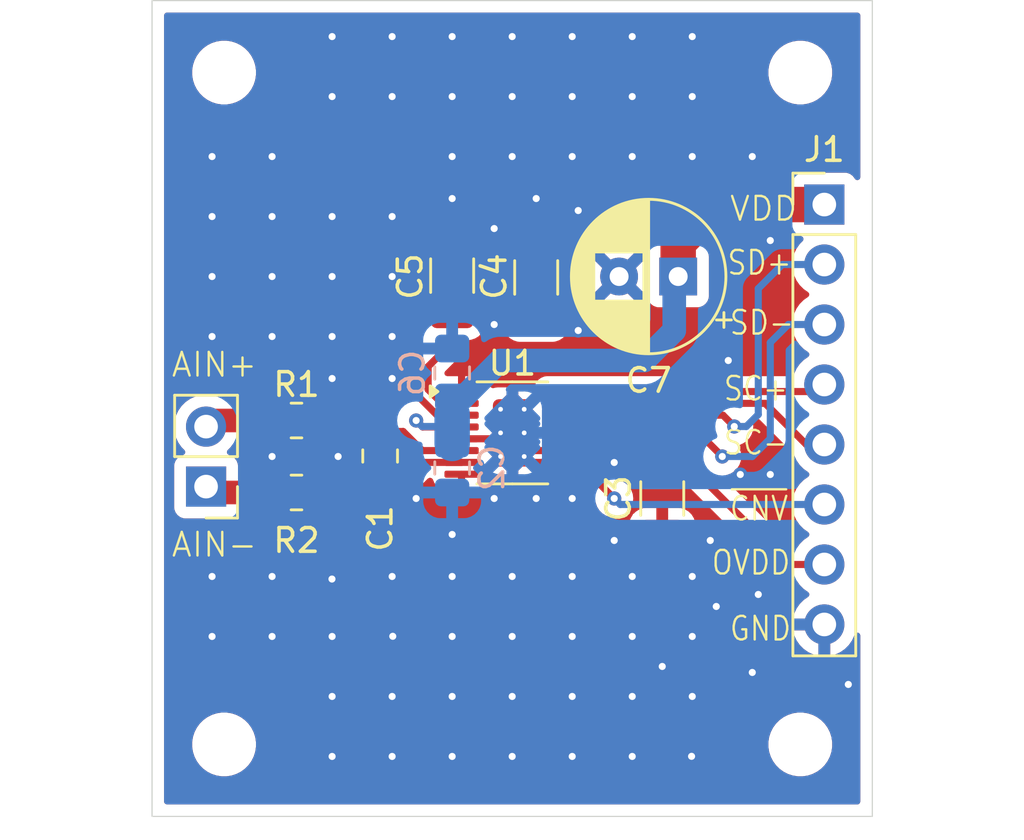
<source format=kicad_pcb>
(kicad_pcb (version 20240108) (generator "pcbnew") (generator_version "8.0")
  (layers (0 "F.Cu" signal) (31 "B.Cu" signal) (34 "B.Paste" user) (35 "F.Paste" user) (36 "B.SilkS" user "B.Silkscreen") (37 "F.SilkS" user "F.Silkscreen") (38 "B.Mask" user) (39 "F.Mask" user) (44 "Edge.Cuts" user))
  (net 0 "")
  (net 1 "Net-(U1-AIN+)")
  (net 2 "Net-(U1-AIN-)")
  (net 3 "GND")
  (net 4 "Net-(J1-Pin_1)")
  (net 5 "Net-(J1-Pin_7)")
  (net 6 "Net-(U1-REFOUT)")
  (net 7 "Net-(U1-REFIN)")
  (net 8 "Net-(J1-Pin_4)")
  (net 9 "Net-(J1-Pin_2)")
  (net 10 "Net-(J1-Pin_5)")
  (net 11 "Net-(J1-Pin_6)")
  (net 12 "Net-(J1-Pin_3)")
  (net 13 "Net-(J2-Pin_2)")
  (net 14 "Net-(J2-Pin_1)")
  (footprint "Resistor_SMD:R_0805_2012Metric_Pad1.20x1.40mm_HandSolder" (layer "F.Cu") (at 72.152 54.864)
    (property "Reference" "R2" (at 0 2.032 0) (layer "F.SilkS"))
    (property "Value" "24R9")
    (fp_line (start -0.227064 -0.735) (end 0.227064 -0.735) (stroke (width 0.12)) (layer "F.SilkS"))
    (fp_line (start -0.227064 0.735) (end 0.227064 0.735) (stroke (width 0.12)) (layer "F.SilkS"))
    (pad "1" smd roundrect (at -1 0) (size 1.2 1.4) (layers "F.Cu" "F.Paste" "F.Mask") (roundrect_rratio 0.208333) (net 14 "Net-(J2-Pin_1)"))
    (pad "2" smd roundrect (at 1 0) (size 1.2 1.4) (layers "F.Cu" "F.Paste" "F.Mask") (roundrect_rratio 0.208333) (net 2 "Net-(U1-AIN-)"))
  )
  (footprint "Package_SO:MSOP-16-1EP_3x4mm_P0.5mm_EP1.65x2.85mm_ThermalVias" (layer "F.Cu") (at 81.288 52.34)
    (property "Reference" "U1" (at 0 -2.95 0) (layer "F.SilkS"))
    (property "Value" "LTC2311")
    (fp_line (start -1.5 -2.16) (end 0 -2.16) (stroke (width 0.12)) (layer "F.SilkS"))
    (fp_line (start 0 -2.16) (end 1.5 -2.16) (stroke (width 0.12)) (layer "F.SilkS"))
    (fp_line (start 0 2.16) (end -1.5 2.16) (stroke (width 0.12)) (layer "F.SilkS"))
    (fp_line (start 0 2.16) (end 1.5 2.16) (stroke (width 0.12)) (layer "F.SilkS"))
    (fp_poly (pts (xy -3.15 -1.75) (xy -3.48 -1.99) (xy -3.48 -1.51) (xy -3.15 -1.75)) (stroke (width 0.12)) (fill solid) (layer "F.SilkS"))
    (pad "1" smd roundrect (at -2.15 -1.75) (size 1.45 0.3) (layers "F.Cu" "F.Paste" "F.Mask") (net 3 "GND"))
    (pad "2" smd roundrect (at -2.15 -1.25) (size 1.45 0.3) (layers "F.Cu" "F.Paste" "F.Mask") (net 7 "Net-(U1-REFIN)"))
    (pad "3" smd roundrect (at -2.15 -0.75) (size 1.45 0.3) (layers "F.Cu" "F.Paste" "F.Mask") (net 6 "Net-(U1-REFOUT)"))
    (pad "4" smd roundrect (at -2.15 -0.25) (size 1.45 0.3) (layers "F.Cu" "F.Paste" "F.Mask") (net 4 "Net-(J1-Pin_1)"))
    (pad "5" smd roundrect (at -2.15 0.25) (size 1.45 0.3) (layers "F.Cu" "F.Paste" "F.Mask") (net 3 "GND"))
    (pad "6" smd roundrect (at -2.15 0.75) (size 1.45 0.3) (layers "F.Cu" "F.Paste" "F.Mask") (net 1 "Net-(U1-AIN+)"))
    (pad "7" smd roundrect (at -2.15 1.25) (size 1.45 0.3) (layers "F.Cu" "F.Paste" "F.Mask") (net 2 "Net-(U1-AIN-)"))
    (pad "8" smd roundrect (at -2.15 1.75) (size 1.45 0.3) (layers "F.Cu" "F.Paste" "F.Mask") (net 3 "GND"))
    (pad "9" smd roundrect (at 2.15 1.75) (size 1.45 0.3) (layers "F.Cu" "F.Paste" "F.Mask") (net 11 "Net-(J1-Pin_6)"))
    (pad "10" smd roundrect (at 2.15 1.25) (size 1.45 0.3) (layers "F.Cu" "F.Paste" "F.Mask") (net 3 "GND"))
    (pad "11" smd roundrect (at 2.15 0.75) (size 1.45 0.3) (layers "F.Cu" "F.Paste" "F.Mask") (net 3 "GND"))
    (pad "12" smd roundrect (at 2.15 0.25) (size 1.45 0.3) (layers "F.Cu" "F.Paste" "F.Mask") (net 5 "Net-(J1-Pin_7)"))
    (pad "13" smd roundrect (at 2.15 -0.25) (size 1.45 0.3) (layers "F.Cu" "F.Paste" "F.Mask") (net 12 "Net-(J1-Pin_3)"))
    (pad "14" smd roundrect (at 2.15 -0.75) (size 1.45 0.3) (layers "F.Cu" "F.Paste" "F.Mask") (net 9 "Net-(J1-Pin_2)"))
    (pad "15" smd roundrect (at 2.15 -1.25) (size 1.45 0.3) (layers "F.Cu" "F.Paste" "F.Mask") (net 10 "Net-(J1-Pin_5)"))
    (pad "16" smd roundrect (at 2.15 -1.75) (size 1.45 0.3) (layers "F.Cu" "F.Paste" "F.Mask") (net 8 "Net-(J1-Pin_4)"))
    (pad "17" thru_hole circle (at -0.5 -1) (size 0.5 0.5) (drill 0.2) (layers "*.Cu") (net 3 "GND"))
    (pad "17" thru_hole circle (at -0.5 0) (size 0.5 0.5) (drill 0.2) (layers "*.Cu") (net 3 "GND"))
    (pad "17" thru_hole circle (at -0.5 1) (size 0.5 0.5) (drill 0.2) (layers "*.Cu") (net 3 "GND"))
    (pad "17" smd roundrect (at 0 0) (size 1.5 2.5) (layers "B.Cu") (roundrect_rratio 0.166667) (net 3 "GND"))
    (pad "17" smd roundrect (at 0 0) (size 1.65 2.85) (layers "F.Cu" "F.Mask") (roundrect_rratio 0.151515) (net 3 "GND"))
    (pad "17" thru_hole circle (at 0.5 -1) (size 0.5 0.5) (drill 0.2) (layers "*.Cu") (net 3 "GND"))
    (pad "17" thru_hole circle (at 0.5 0) (size 0.5 0.5) (drill 0.2) (layers "*.Cu") (net 3 "GND"))
    (pad "17" thru_hole circle (at 0.5 1) (size 0.5 0.5) (drill 0.2) (layers "*.Cu") (net 3 "GND"))
  )
  (footprint "Capacitor_THT:CP_Radial_D6.3mm_P2.50mm" (layer "F.Cu") (at 88.30438 45.72 180)
    (property "Reference" "C7" (at 1.25 -4.4 360) (layer "F.SilkS"))
    (property "Value" "100uF")
    (fp_line (start 4.491 -0.402) (end 4.491 0.402) (stroke (width 0.12)) (layer "F.SilkS"))
    (fp_line (start 4.451 -0.633) (end 4.451 0.633) (stroke (width 0.12)) (layer "F.SilkS"))
    (fp_line (start 4.411 -0.802) (end 4.411 0.802) (stroke (width 0.12)) (layer "F.SilkS"))
    (fp_line (start 4.371 -0.94) (end 4.371 0.94) (stroke (width 0.12)) (layer "F.SilkS"))
    (fp_line (start 4.331 -1.059) (end 4.331 1.059) (stroke (width 0.12)) (layer "F.SilkS"))
    (fp_line (start 4.291 -1.165) (end 4.291 1.165) (stroke (width 0.12)) (layer "F.SilkS"))
    (fp_line (start 4.251 -1.262) (end 4.251 1.262) (stroke (width 0.12)) (layer "F.SilkS"))
    (fp_line (start 4.211 -1.35) (end 4.211 1.35) (stroke (width 0.12)) (layer "F.SilkS"))
    (fp_line (start 4.171 -1.432) (end 4.171 1.432) (stroke (width 0.12)) (layer "F.SilkS"))
    (fp_line (start 4.131 -1.509) (end 4.131 1.509) (stroke (width 0.12)) (layer "F.SilkS"))
    (fp_line (start 4.091 -1.581) (end 4.091 1.581) (stroke (width 0.12)) (layer "F.SilkS"))
    (fp_line (start 4.051 -1.65) (end 4.051 1.65) (stroke (width 0.12)) (layer "F.SilkS"))
    (fp_line (start 4.011 -1.714) (end 4.011 1.714) (stroke (width 0.12)) (layer "F.SilkS"))
    (fp_line (start 3.971 -1.776) (end 3.971 1.776) (stroke (width 0.12)) (layer "F.SilkS"))
    (fp_line (start 3.931 -1.834) (end 3.931 1.834) (stroke (width 0.12)) (layer "F.SilkS"))
    (fp_line (start 3.891 -1.89) (end 3.891 1.89) (stroke (width 0.12)) (layer "F.SilkS"))
    (fp_line (start 3.851 -1.944) (end 3.851 1.944) (stroke (width 0.12)) (layer "F.SilkS"))
    (fp_line (start 3.811 -1.995) (end 3.811 1.995) (stroke (width 0.12)) (layer "F.SilkS"))
    (fp_line (start 3.771 -2.044) (end 3.771 2.044) (stroke (width 0.12)) (layer "F.SilkS"))
    (fp_line (start 3.731 -2.092) (end 3.731 2.092) (stroke (width 0.12)) (layer "F.SilkS"))
    (fp_line (start 3.691 -2.137) (end 3.691 2.137) (stroke (width 0.12)) (layer "F.SilkS"))
    (fp_line (start 3.651 -2.182) (end 3.651 2.182) (stroke (width 0.12)) (layer "F.SilkS"))
    (fp_line (start 3.611 -2.224) (end 3.611 2.224) (stroke (width 0.12)) (layer "F.SilkS"))
    (fp_line (start 3.571 -2.265) (end 3.571 2.265) (stroke (width 0.12)) (layer "F.SilkS"))
    (fp_line (start 3.531 1.04) (end 3.531 2.305) (stroke (width 0.12)) (layer "F.SilkS"))
    (fp_line (start 3.531 -2.305) (end 3.531 -1.04) (stroke (width 0.12)) (layer "F.SilkS"))
    (fp_line (start 3.491 1.04) (end 3.491 2.343) (stroke (width 0.12)) (layer "F.SilkS"))
    (fp_line (start 3.491 -2.343) (end 3.491 -1.04) (stroke (width 0.12)) (layer "F.SilkS"))
    (fp_line (start 3.451 1.04) (end 3.451 2.38) (stroke (width 0.12)) (layer "F.SilkS"))
    (fp_line (start 3.451 -2.38) (end 3.451 -1.04) (stroke (width 0.12)) (layer "F.SilkS"))
    (fp_line (start 3.411 1.04) (end 3.411 2.416) (stroke (width 0.12)) (layer "F.SilkS"))
    (fp_line (start 3.411 -2.416) (end 3.411 -1.04) (stroke (width 0.12)) (layer "F.SilkS"))
    (fp_line (start 3.371 1.04) (end 3.371 2.45) (stroke (width 0.12)) (layer "F.SilkS"))
    (fp_line (start 3.371 -2.45) (end 3.371 -1.04) (stroke (width 0.12)) (layer "F.SilkS"))
    (fp_line (start 3.331 1.04) (end 3.331 2.484) (stroke (width 0.12)) (layer "F.SilkS"))
    (fp_line (start 3.331 -2.484) (end 3.331 -1.04) (stroke (width 0.12)) (layer "F.SilkS"))
    (fp_line (start 3.291 1.04) (end 3.291 2.516) (stroke (width 0.12)) (layer "F.SilkS"))
    (fp_line (start 3.291 -2.516) (end 3.291 -1.04) (stroke (width 0.12)) (layer "F.SilkS"))
    (fp_line (start 3.251 1.04) (end 3.251 2.548) (stroke (width 0.12)) (layer "F.SilkS"))
    (fp_line (start 3.251 -2.548) (end 3.251 -1.04) (stroke (width 0.12)) (layer "F.SilkS"))
    (fp_line (start 3.211 1.04) (end 3.211 2.578) (stroke (width 0.12)) (layer "F.SilkS"))
    (fp_line (start 3.211 -2.578) (end 3.211 -1.04) (stroke (width 0.12)) (layer "F.SilkS"))
    (fp_line (start 3.171 1.04) (end 3.171 2.607) (stroke (width 0.12)) (layer "F.SilkS"))
    (fp_line (start 3.171 -2.607) (end 3.171 -1.04) (stroke (width 0.12)) (layer "F.SilkS"))
    (fp_line (start 3.131 1.04) (end 3.131 2.636) (stroke (width 0.12)) (layer "F.SilkS"))
    (fp_line (start 3.131 -2.636) (end 3.131 -1.04) (stroke (width 0.12)) (layer "F.SilkS"))
    (fp_line (start 3.091 1.04) (end 3.091 2.664) (stroke (width 0.12)) (layer "F.SilkS"))
    (fp_line (start 3.091 -2.664) (end 3.091 -1.04) (stroke (width 0.12)) (layer "F.SilkS"))
    (fp_line (start 3.051 1.04) (end 3.051 2.69) (stroke (width 0.12)) (layer "F.SilkS"))
    (fp_line (start 3.051 -2.69) (end 3.051 -1.04) (stroke (width 0.12)) (layer "F.SilkS"))
    (fp_line (start 3.011 1.04) (end 3.011 2.716) (stroke (width 0.12)) (layer "F.SilkS"))
    (fp_line (start 3.011 -2.716) (end 3.011 -1.04) (stroke (width 0.12)) (layer "F.SilkS"))
    (fp_line (start 2.971 1.04) (end 2.971 2.742) (stroke (width 0.12)) (layer "F.SilkS"))
    (fp_line (start 2.971 -2.742) (end 2.971 -1.04) (stroke (width 0.12)) (layer "F.SilkS"))
    (fp_line (start 2.931 1.04) (end 2.931 2.766) (stroke (width 0.12)) (layer "F.SilkS"))
    (fp_line (start 2.931 -2.766) (end 2.931 -1.04) (stroke (width 0.12)) (layer "F.SilkS"))
    (fp_line (start 2.891 1.04) (end 2.891 2.79) (stroke (width 0.12)) (layer "F.SilkS"))
    (fp_line (start 2.891 -2.79) (end 2.891 -1.04) (stroke (width 0.12)) (layer "F.SilkS"))
    (fp_line (start 2.851 1.04) (end 2.851 2.812) (stroke (width 0.12)) (layer "F.SilkS"))
    (fp_line (start 2.851 -2.812) (end 2.851 -1.04) (stroke (width 0.12)) (layer "F.SilkS"))
    (fp_line (start 2.811 1.04) (end 2.811 2.834) (stroke (width 0.12)) (layer "F.SilkS"))
    (fp_line (start 2.811 -2.834) (end 2.811 -1.04) (stroke (width 0.12)) (layer "F.SilkS"))
    (fp_line (start 2.771 1.04) (end 2.771 2.856) (stroke (width 0.12)) (layer "F.SilkS"))
    (fp_line (start 2.771 -2.856) (end 2.771 -1.04) (stroke (width 0.12)) (layer "F.SilkS"))
    (fp_line (start 2.731 1.04) (end 2.731 2.876) (stroke (width 0.12)) (layer "F.SilkS"))
    (fp_line (start 2.731 -2.876) (end 2.731 -1.04) (stroke (width 0.12)) (layer "F.SilkS"))
    (fp_line (start 2.691 1.04) (end 2.691 2.896) (stroke (width 0.12)) (layer "F.SilkS"))
    (fp_line (start 2.691 -2.896) (end 2.691 -1.04) (stroke (width 0.12)) (layer "F.SilkS"))
    (fp_line (start 2.651 1.04) (end 2.651 2.916) (stroke (width 0.12)) (layer "F.SilkS"))
    (fp_line (start 2.651 -2.916) (end 2.651 -1.04) (stroke (width 0.12)) (layer "F.SilkS"))
    (fp_line (start 2.611 1.04) (end 2.611 2.934) (stroke (width 0.12)) (layer "F.SilkS"))
    (fp_line (start 2.611 -2.934) (end 2.611 -1.04) (stroke (width 0.12)) (layer "F.SilkS"))
    (fp_line (start 2.571 1.04) (end 2.571 2.952) (stroke (width 0.12)) (layer "F.SilkS"))
    (fp_line (start 2.571 -2.952) (end 2.571 -1.04) (stroke (width 0.12)) (layer "F.SilkS"))
    (fp_line (start 2.531 1.04) (end 2.531 2.97) (stroke (width 0.12)) (layer "F.SilkS"))
    (fp_line (start 2.531 -2.97) (end 2.531 -1.04) (stroke (width 0.12)) (layer "F.SilkS"))
    (fp_line (start 2.491 1.04) (end 2.491 2.986) (stroke (width 0.12)) (layer "F.SilkS"))
    (fp_line (start 2.491 -2.986) (end 2.491 -1.04) (stroke (width 0.12)) (layer "F.SilkS"))
    (fp_line (start 2.451 1.04) (end 2.451 3.002) (stroke (width 0.12)) (layer "F.SilkS"))
    (fp_line (start 2.451 -3.002) (end 2.451 -1.04) (stroke (width 0.12)) (layer "F.SilkS"))
    (fp_line (start 2.411 1.04) (end 2.411 3.018) (stroke (width 0.12)) (layer "F.SilkS"))
    (fp_line (start 2.411 -3.018) (end 2.411 -1.04) (stroke (width 0.12)) (layer "F.SilkS"))
    (fp_line (start 2.371 1.04) (end 2.371 3.033) (stroke (width 0.12)) (layer "F.SilkS"))
    (fp_line (start 2.371 -3.033) (end 2.371 -1.04) (stroke (width 0.12)) (layer "F.SilkS"))
    (fp_line (start 2.331 1.04) (end 2.331 3.047) (stroke (width 0.12)) (layer "F.SilkS"))
    (fp_line (start 2.331 -3.047) (end 2.331 -1.04) (stroke (width 0.12)) (layer "F.SilkS"))
    (fp_line (start 2.291 1.04) (end 2.291 3.061) (stroke (width 0.12)) (layer "F.SilkS"))
    (fp_line (start 2.291 -3.061) (end 2.291 -1.04) (stroke (width 0.12)) (layer "F.SilkS"))
    (fp_line (start 2.251 1.04) (end 2.251 3.074) (stroke (width 0.12)) (layer "F.SilkS"))
    (fp_line (start 2.251 -3.074) (end 2.251 -1.04) (stroke (width 0.12)) (layer "F.SilkS"))
    (fp_line (start 2.211 1.04) (end 2.211 3.086) (stroke (width 0.12)) (layer "F.SilkS"))
    (fp_line (start 2.211 -3.086) (end 2.211 -1.04) (stroke (width 0.12)) (layer "F.SilkS"))
    (fp_line (start 2.171 1.04) (end 2.171 3.098) (stroke (width 0.12)) (layer "F.SilkS"))
    (fp_line (start 2.171 -3.098) (end 2.171 -1.04) (stroke (width 0.12)) (layer "F.SilkS"))
    (fp_line (start 2.131 1.04) (end 2.131 3.11) (stroke (width 0.12)) (layer "F.SilkS"))
    (fp_line (start 2.131 -3.11) (end 2.131 -1.04) (stroke (width 0.12)) (layer "F.SilkS"))
    (fp_line (start 2.091 1.04) (end 2.091 3.121) (stroke (width 0.12)) (layer "F.SilkS"))
    (fp_line (start 2.091 -3.121) (end 2.091 -1.04) (stroke (width 0.12)) (layer "F.SilkS"))
    (fp_line (start 2.051 1.04) (end 2.051 3.131) (stroke (width 0.12)) (layer "F.SilkS"))
    (fp_line (start 2.051 -3.131) (end 2.051 -1.04) (stroke (width 0.12)) (layer "F.SilkS"))
    (fp_line (start 2.011 1.04) (end 2.011 3.141) (stroke (width 0.12)) (layer "F.SilkS"))
    (fp_line (start 2.011 -3.141) (end 2.011 -1.04) (stroke (width 0.12)) (layer "F.SilkS"))
    (fp_line (start 1.971 1.04) (end 1.971 3.15) (stroke (width 0.12)) (layer "F.SilkS"))
    (fp_line (start 1.971 -3.15) (end 1.971 -1.04) (stroke (width 0.12)) (layer "F.SilkS"))
    (fp_line (start 1.93 1.04) (end 1.93 3.159) (stroke (width 0.12)) (layer "F.SilkS"))
    (fp_line (start 1.93 -3.159) (end 1.93 -1.04) (stroke (width 0.12)) (layer "F.SilkS"))
    (fp_line (start 1.89 1.04) (end 1.89 3.167) (stroke (width 0.12)) (layer "F.SilkS"))
    (fp_line (start 1.89 -3.167) (end 1.89 -1.04) (stroke (width 0.12)) (layer "F.SilkS"))
    (fp_line (start 1.85 1.04) (end 1.85 3.175) (stroke (width 0.12)) (layer "F.SilkS"))
    (fp_line (start 1.85 -3.175) (end 1.85 -1.04) (stroke (width 0.12)) (layer "F.SilkS"))
    (fp_line (start 1.81 1.04) (end 1.81 3.182) (stroke (width 0.12)) (layer "F.SilkS"))
    (fp_line (start 1.81 -3.182) (end 1.81 -1.04) (stroke (width 0.12)) (layer "F.SilkS"))
    (fp_line (start 1.77 1.04) (end 1.77 3.189) (stroke (width 0.12)) (layer "F.SilkS"))
    (fp_line (start 1.77 -3.189) (end 1.77 -1.04) (stroke (width 0.12)) (layer "F.SilkS"))
    (fp_line (start 1.73 1.04) (end 1.73 3.195) (stroke (width 0.12)) (layer "F.SilkS"))
    (fp_line (start 1.73 -3.195) (end 1.73 -1.04) (stroke (width 0.12)) (layer "F.SilkS"))
    (fp_line (start 1.69 1.04) (end 1.69 3.201) (stroke (width 0.12)) (layer "F.SilkS"))
    (fp_line (start 1.69 -3.201) (end 1.69 -1.04) (stroke (width 0.12)) (layer "F.SilkS"))
    (fp_line (start 1.65 1.04) (end 1.65 3.206) (stroke (width 0.12)) (layer "F.SilkS"))
    (fp_line (start 1.65 -3.206) (end 1.65 -1.04) (stroke (width 0.12)) (layer "F.SilkS"))
    (fp_line (start 1.61 1.04) (end 1.61 3.211) (stroke (width 0.12)) (layer "F.SilkS"))
    (fp_line (start 1.61 -3.211) (end 1.61 -1.04) (stroke (width 0.12)) (layer "F.SilkS"))
    (fp_line (start 1.57 1.04) (end 1.57 3.215) (stroke (width 0.12)) (layer "F.SilkS"))
    (fp_line (start 1.57 -3.215) (end 1.57 -1.04) (stroke (width 0.12)) (layer "F.SilkS"))
    (fp_line (start 1.53 1.04) (end 1.53 3.218) (stroke (width 0.12)) (layer "F.SilkS"))
    (fp_line (start 1.53 -3.218) (end 1.53 -1.04) (stroke (width 0.12)) (layer "F.SilkS"))
    (fp_line (start 1.49 1.04) (end 1.49 3.222) (stroke (width 0.12)) (layer "F.SilkS"))
    (fp_line (start 1.49 -3.222) (end 1.49 -1.04) (stroke (width 0.12)) (layer "F.SilkS"))
    (fp_line (start 1.45 -3.224) (end 1.45 3.224) (stroke (width 0.12)) (layer "F.SilkS"))
    (fp_line (start 1.41 -3.227) (end 1.41 3.227) (stroke (width 0.12)) (layer "F.SilkS"))
    (fp_line (start 1.37 -3.228) (end 1.37 3.228) (stroke (width 0.12)) (layer "F.SilkS"))
    (fp_line (start 1.33 -3.23) (end 1.33 3.23) (stroke (width 0.12)) (layer "F.SilkS"))
    (fp_line (start 1.29 -3.23) (end 1.29 3.23) (stroke (width 0.12)) (layer "F.SilkS"))
    (fp_line (start 1.25 -3.23) (end 1.25 3.23) (stroke (width 0.12)) (layer "F.SilkS"))
    (fp_line (start -1.935241 -2.154) (end -1.935241 -1.524) (stroke (width 0.12)) (layer "F.SilkS"))
    (fp_line (start -2.250241 -1.839) (end -1.620241 -1.839) (stroke (width 0.12)) (layer "F.SilkS"))
    (fp_circle (center 1.25 0) (end 4.52 0) (stroke (width 0.12)) (fill none) (layer "F.SilkS"))
    (pad "1" thru_hole rect (at 0 0 180) (size 1.6 1.6) (drill 0.8) (layers "*.Cu" "*.Mask") (net 4 "Net-(J1-Pin_1)"))
    (pad "2" thru_hole circle (at 2.5 0 180) (size 1.6 1.6) (drill 0.8) (layers "*.Cu" "*.Mask") (net 3 "GND"))
  )
  (footprint "Connector_PinHeader_2.54mm:PinHeader_1x02_P2.54mm_Vertical" (layer "F.Cu") (at 68.326 54.615 180)
    (property "Reference" "J2" (hide yes))
    (property "Value" "Conn_01x02")
    (fp_line (start 1.33 1.27) (end 1.33 3.87) (stroke (width 0.12)) (layer "F.SilkS"))
    (fp_line (start -1.33 3.87) (end 1.33 3.87) (stroke (width 0.12)) (layer "F.SilkS"))
    (fp_line (start -1.33 1.27) (end 1.33 1.27) (stroke (width 0.12)) (layer "F.SilkS"))
    (fp_line (start -1.33 1.27) (end -1.33 3.87) (stroke (width 0.12)) (layer "F.SilkS"))
    (fp_line (start -1.33 0) (end -1.33 -1.33) (stroke (width 0.12)) (layer "F.SilkS"))
    (fp_line (start -1.33 -1.33) (end 0 -1.33) (stroke (width 0.12)) (layer "F.SilkS"))
    (pad "1" thru_hole rect (at 0 0 180) (size 1.7 1.7) (drill 1) (layers "*.Cu" "*.Mask") (net 14 "Net-(J2-Pin_1)"))
    (pad "2" thru_hole oval (at 0 2.54 180) (size 1.7 1.7) (drill 1) (layers "*.Cu" "*.Mask") (net 13 "Net-(J2-Pin_2)"))
  )
  (footprint "MountingHole:MountingHole_2.2mm_M2" (layer "F.Cu") (at 69.088 37.084)
    (property "Reference" "M2" (hide yes))
    (property "Value" "MountingHole_2.2mm_M2")
    (pad "" np_thru_hole circle (at 0 0) (size 2.2 2.2) (drill 2.2) (layers "*.Cu" "*.Mask"))
  )
  (footprint "Capacitor_SMD:C_0805_2012Metric_Pad1.18x1.45mm_HandSolder" (layer "F.Cu") (at 75.692 53.3185 -90)
    (property "Reference" "C1" (at 3.0695 0 90) (layer "F.SilkS"))
    (property "Value" "33pF")
    (fp_line (start -0.261252 0.735) (end 0.261252 0.735) (stroke (width 0.12)) (layer "F.SilkS"))
    (fp_line (start -0.261252 -0.735) (end 0.261252 -0.735) (stroke (width 0.12)) (layer "F.SilkS"))
    (pad "1" smd roundrect (at -1.0375 0 270) (size 1.175 1.45) (layers "F.Cu" "F.Paste" "F.Mask") (roundrect_rratio 0.212766) (net 1 "Net-(U1-AIN+)"))
    (pad "2" smd roundrect (at 1.0375 0 270) (size 1.175 1.45) (layers "F.Cu" "F.Paste" "F.Mask") (roundrect_rratio 0.212766) (net 2 "Net-(U1-AIN-)"))
  )
  (footprint "Capacitor_SMD:C_1206_3216Metric_Pad1.33x1.80mm_HandSolder" (layer "F.Cu") (at 78.74 45.6815 -90)
    (property "Reference" "C5" (at 0.0385 1.778 90) (layer "F.SilkS"))
    (property "Value" "10uF")
    (fp_line (start -0.711252 0.91) (end 0.711252 0.91) (stroke (width 0.12)) (layer "F.SilkS"))
    (fp_line (start -0.711252 -0.91) (end 0.711252 -0.91) (stroke (width 0.12)) (layer "F.SilkS"))
    (pad "1" smd roundrect (at -1.5625 0 270) (size 1.325 1.8) (layers "F.Cu" "F.Paste" "F.Mask") (roundrect_rratio 0.188679) (net 3 "GND"))
    (pad "2" smd roundrect (at 1.5625 0 270) (size 1.325 1.8) (layers "F.Cu" "F.Paste" "F.Mask") (roundrect_rratio 0.188679) (net 7 "Net-(U1-REFIN)"))
  )
  (footprint "MountingHole:MountingHole_2.2mm_M2" (layer "F.Cu") (at 93.472 37.084)
    (property "Reference" "REF**" (hide yes))
    (property "Value" "MountingHole_2.2mm_M2")
    (pad "" np_thru_hole circle (at 0 0) (size 2.2 2.2) (drill 2.2) (layers "F&B.Cu" "*.Mask"))
  )
  (footprint "Capacitor_SMD:C_1206_3216Metric_Pad1.33x1.80mm_HandSolder" (layer "F.Cu") (at 82.296 45.7585 -90)
    (property "Reference" "C4" (at -0.0385 1.778 90) (layer "F.SilkS"))
    (property "Value" "10uF")
    (fp_line (start -0.711252 0.91) (end 0.711252 0.91) (stroke (width 0.12)) (layer "F.SilkS"))
    (fp_line (start -0.711252 -0.91) (end 0.711252 -0.91) (stroke (width 0.12)) (layer "F.SilkS"))
    (pad "1" smd roundrect (at -1.5625 0 270) (size 1.325 1.8) (layers "F.Cu" "F.Paste" "F.Mask") (roundrect_rratio 0.188679) (net 3 "GND"))
    (pad "2" smd roundrect (at 1.5625 0 270) (size 1.325 1.8) (layers "F.Cu" "F.Paste" "F.Mask") (roundrect_rratio 0.188679) (net 6 "Net-(U1-REFOUT)"))
  )
  (footprint "Capacitor_SMD:C_1206_3216Metric_Pad1.33x1.80mm_HandSolder" (layer "F.Cu") (at 87.63 55.118 90)
    (property "Reference" "C3" (at 0 -1.85 90) (layer "F.SilkS"))
    (property "Value" "10uF")
    (fp_line (start -0.711252 -0.91) (end 0.711252 -0.91) (stroke (width 0.12)) (layer "F.SilkS"))
    (fp_line (start -0.711252 0.91) (end 0.711252 0.91) (stroke (width 0.12)) (layer "F.SilkS"))
    (pad "1" smd roundrect (at -1.5625 0 90) (size 1.325 1.8) (layers "F.Cu" "F.Paste" "F.Mask") (roundrect_rratio 0.188679) (net 3 "GND"))
    (pad "2" smd roundrect (at 1.5625 0 90) (size 1.325 1.8) (layers "F.Cu" "F.Paste" "F.Mask") (roundrect_rratio 0.188679) (net 5 "Net-(J1-Pin_7)"))
  )
  (footprint "Resistor_SMD:R_0805_2012Metric_Pad1.20x1.40mm_HandSolder" (layer "F.Cu") (at 72.152 51.816)
    (property "Reference" "R1" (at 0 -1.524 0) (layer "F.SilkS"))
    (property "Value" "24R9")
    (fp_line (start -0.227064 -0.735) (end 0.227064 -0.735) (stroke (width 0.12)) (layer "F.SilkS"))
    (fp_line (start -0.227064 0.735) (end 0.227064 0.735) (stroke (width 0.12)) (layer "F.SilkS"))
    (pad "1" smd roundrect (at -1 0) (size 1.2 1.4) (layers "F.Cu" "F.Paste" "F.Mask") (roundrect_rratio 0.208333) (net 13 "Net-(J2-Pin_2)"))
    (pad "2" smd roundrect (at 1 0) (size 1.2 1.4) (layers "F.Cu" "F.Paste" "F.Mask") (roundrect_rratio 0.208333) (net 1 "Net-(U1-AIN+)"))
  )
  (footprint "MountingHole:MountingHole_2.2mm_M2" (layer "F.Cu") (at 93.472 65.532)
    (property "Reference" "REF**" (hide yes))
    (property "Value" "MountingHole_2.2mm_M2")
    (pad "" np_thru_hole circle (at 0 0) (size 2.2 2.2) (drill 2.2) (layers "F&B.Cu" "*.Mask"))
  )
  (footprint "Connector_PinHeader_2.54mm:PinHeader_1x08_P2.54mm_Vertical" (layer "F.Cu") (at 94.488 42.672)
    (property "Reference" "J1" (at 0 -2.33 360) (layer "F.SilkS"))
    (property "Value" "Conn_01x08")
    (fp_line (start -1.33 -1.33) (end 0 -1.33) (stroke (width 0.12)) (layer "F.SilkS"))
    (fp_line (start -1.33 0) (end -1.33 -1.33) (stroke (width 0.12)) (layer "F.SilkS"))
    (fp_line (start -1.33 1.27) (end -1.33 19.11) (stroke (width 0.12)) (layer "F.SilkS"))
    (fp_line (start -1.33 1.27) (end 1.33 1.27) (stroke (width 0.12)) (layer "F.SilkS"))
    (fp_line (start -1.33 19.11) (end 1.33 19.11) (stroke (width 0.12)) (layer "F.SilkS"))
    (fp_line (start 1.33 1.27) (end 1.33 19.11) (stroke (width 0.12)) (layer "F.SilkS"))
    (pad "1" thru_hole rect (at 0 0) (size 1.7 1.7) (drill 1) (layers "*.Cu" "*.Mask") (net 4 "Net-(J1-Pin_1)"))
    (pad "2" thru_hole oval (at 0 2.54) (size 1.7 1.7) (drill 1) (layers "*.Cu" "*.Mask") (net 9 "Net-(J1-Pin_2)"))
    (pad "3" thru_hole oval (at 0 5.08) (size 1.7 1.7) (drill 1) (layers "*.Cu" "*.Mask") (net 12 "Net-(J1-Pin_3)"))
    (pad "4" thru_hole oval (at 0 7.62) (size 1.7 1.7) (drill 1) (layers "*.Cu" "*.Mask") (net 8 "Net-(J1-Pin_4)"))
    (pad "5" thru_hole oval (at 0 10.16) (size 1.7 1.7) (drill 1) (layers "*.Cu" "*.Mask") (net 10 "Net-(J1-Pin_5)"))
    (pad "6" thru_hole oval (at 0 12.7) (size 1.7 1.7) (drill 1) (layers "*.Cu" "*.Mask") (net 11 "Net-(J1-Pin_6)"))
    (pad "7" thru_hole oval (at 0 15.24) (size 1.7 1.7) (drill 1) (layers "*.Cu" "*.Mask") (net 5 "Net-(J1-Pin_7)"))
    (pad "8" thru_hole oval (at 0 17.78) (size 1.7 1.7) (drill 1) (layers "*.Cu" "*.Mask") (net 3 "GND"))
  )
  (footprint "MountingHole:MountingHole_2.2mm_M2" (layer "F.Cu") (at 69.088 65.532)
    (property "Reference" "REF**" (hide yes))
    (property "Value" "MountingHole_2.2mm_M2")
    (pad "" np_thru_hole circle (at 0 0) (size 2.2 2.2) (drill 2.2) (layers "F&B.Cu" "*.Mask"))
  )
  (footprint "Capacitor_SMD:C_0805_2012Metric_Pad1.18x1.45mm_HandSolder" (layer "B.Cu") (at 78.74 53.8265 90)
    (property "Reference" "C2" (at 0 1.68 90) (layer "B.SilkS") (effects (justify mirror)))
    (property "Value" "1uF")
    (fp_line (start 0.261252 -0.735) (end -0.261252 -0.735) (stroke (width 0.12)) (layer "B.SilkS"))
    (fp_line (start 0.261252 0.735) (end -0.261252 0.735) (stroke (width 0.12)) (layer "B.SilkS"))
    (pad "1" smd roundrect (at -1.0375 0 90) (size 1.175 1.45) (layers "B.Cu" "B.Paste" "B.Mask") (roundrect_rratio 0.212766) (net 3 "GND"))
    (pad "2" smd roundrect (at 1.0375 0 90) (size 1.175 1.45) (layers "B.Cu" "B.Paste" "B.Mask") (roundrect_rratio 0.212766) (net 4 "Net-(J1-Pin_1)"))
  )
  (footprint "Capacitor_SMD:C_0805_2012Metric_Pad1.18x1.45mm_HandSolder" (layer "B.Cu") (at 78.74 49.8055 -90)
    (property "Reference" "C6" (at 0 1.68 90) (layer "B.SilkS") (effects (justify mirror)))
    (property "Value" "100nF")
    (fp_line (start 0.261252 0.735) (end -0.261252 0.735) (stroke (width 0.12)) (layer "B.SilkS"))
    (fp_line (start 0.261252 -0.735) (end -0.261252 -0.735) (stroke (width 0.12)) (layer "B.SilkS"))
    (pad "1" smd roundrect (at -1.0375 0 270) (size 1.175 1.45) (layers "B.Cu" "B.Paste" "B.Mask") (roundrect_rratio 0.212766) (net 3 "GND"))
    (pad "2" smd roundrect (at 1.0375 0 270) (size 1.175 1.45) (layers "B.Cu" "B.Paste" "B.Mask") (roundrect_rratio 0.212766) (net 4 "Net-(J1-Pin_1)"))
  )
  (gr_rect (start 66.04 34.036) (end 96.52 68.58) (stroke (width 0.05)) (fill none) (layer "Edge.Cuts"))
  (gr_text "OVDD" (at 89.662 58.42 0) (layer "F.SilkS") (effects (font (size 1 0.85) (thickness 0.1)) (justify left bottom)))
  (gr_text "AIN-\n" (at 66.802 57.658 0) (layer "F.SilkS") (effects (font (size 1 1) (thickness 0.1)) (justify left bottom)))
  (gr_text "SD-\n" (at 90.424 48.26 0) (layer "F.SilkS") (effects (font (size 1 0.85) (thickness 0.1)) (justify left bottom)))
  (gr_text "~{CNV}" (at 90.424 56.134 0) (layer "F.SilkS") (effects (font (size 1 0.85) (thickness 0.1)) (justify left bottom)))
  (gr_text "SC+" (at 90.17 51.054 0) (layer "F.SilkS") (effects (font (size 1 0.85) (thickness 0.1)) (justify left bottom)))
  (gr_text "VDD" (at 90.424 43.434 0) (layer "F.SilkS") (effects (font (size 1 1) (thickness 0.1)) (justify left bottom)))
  (gr_text "SD+" (at 90.32438 45.72 0) (layer "F.SilkS") (effects (font (size 1 0.85) (thickness 0.1)) (justify left bottom)))
  (gr_text "AIN+" (at 66.802 50.038 0) (layer "F.SilkS") (effects (font (size 1 1) (thickness 0.1)) (justify left bottom)))
  (gr_text "GND\n" (at 90.424 61.214 0) (layer "F.SilkS") (effects (font (size 1 0.85) (thickness 0.1)) (justify left bottom)))
  (gr_text "SC-" (at 90.17 53.34 0) (layer "F.SilkS") (effects (font (size 1 0.85) (thickness 0.1)) (justify left bottom)))
  (segment (start 79.138 53.09) (end 77.474 53.09) (width 0.3) (layer "F.Cu") (net 1))
  (segment (start 76.665 52.281) (end 75.692 52.281) (width 0.3) (layer "F.Cu") (net 1))
  (segment (start 73.152 51.816) (end 75.227 51.816) (width 1) (layer "F.Cu") (net 1))
  (segment (start 75.227 51.816) (end 75.692 52.281) (width 1) (layer "F.Cu") (net 1))
  (segment (start 77.474 53.09) (end 76.665 52.281) (width 0.3) (layer "F.Cu") (net 1))
  (segment (start 75.942 54.606) (end 75.692 54.356) (width 0.3) (layer "F.Cu") (net 2))
  (segment (start 75.184 54.864) (end 75.692 54.356) (width 1) (layer "F.Cu") (net 2))
  (segment (start 73.152 54.864) (end 75.184 54.864) (width 1) (layer "F.Cu") (net 2))
  (segment (start 79.138 53.59) (end 77.474 53.59) (width 0.3) (layer "F.Cu") (net 2))
  (segment (start 77.474 53.59) (end 76.708 54.356) (width 0.3) (layer "F.Cu") (net 2))
  (segment (start 76.708 54.356) (end 75.692 54.356) (width 0.3) (layer "F.Cu") (net 2))
  (segment (start 79.138 54.09) (end 79.138 54.974) (width 0.3) (layer "F.Cu") (net 3))
  (segment (start 79.138 52.59) (end 81.038 52.59) (width 0.3) (layer "F.Cu") (net 3))
  (segment (start 79.138 50.59) (end 79.138 49.64) (width 0.3) (layer "F.Cu") (net 3))
  (segment (start 82.038 53.59) (end 81.788 53.34) (width 0.3) (layer "F.Cu") (net 3))
  (segment (start 81.038 52.59) (end 81.288 52.34) (width 0.3) (layer "F.Cu") (net 3))
  (segment (start 79.138 54.974) (end 78.994 55.118) (width 0.3) (layer "F.Cu") (net 3))
  (segment (start 83.438 53.59) (end 82.038 53.59) (width 0.3) (layer "F.Cu") (net 3))
  (segment (start 82.038 53.09) (end 81.788 53.34) (width 0.3) (layer "F.Cu") (net 3))
  (segment (start 83.438 53.09) (end 82.038 53.09) (width 0.3) (layer "F.Cu") (net 3))
  (segment (start 79.248 49.53) (end 79.138 49.64) (width 0.3) (layer "F.Cu") (net 3))
  (via (at 85.598 56.896) (size 0.6) (drill 0.3) (layers "F.Cu" "B.Cu") (net 3))
  (via (at 81.28 66.04) (size 0.6) (drill 0.3) (layers "F.Cu" "B.Cu") (net 3))
  (via (at 84.074 48.006) (size 0.6) (drill 0.3) (layers "F.Cu" "B.Cu") (net 3))
  (via (at 78.74 35.56) (size 0.6) (drill 0.3) (layers "F.Cu" "B.Cu") (net 3))
  (via (at 78.74 66.04) (size 0.6) (drill 0.3) (layers "F.Cu" "B.Cu") (net 3))
  (via (at 73.914 53.34) (size 0.6) (drill 0.3) (layers "F.Cu" "B.Cu") (net 3))
  (via (at 81.28 40.64) (size 0.6) (drill 0.3) (layers "F.Cu" "B.Cu") (net 3))
  (via (at 78.74 38.1) (size 0.6) (drill 0.3) (layers "F.Cu" "B.Cu") (net 3))
  (via (at 88.9 40.64) (size 0.6) (drill 0.3) (layers "F.Cu" "B.Cu") (net 3))
  (via (at 90.424 49.276) (size 0.6) (drill 0.3) (layers "F.Cu" "B.Cu") (net 3))
  (via (at 71.12 53.34) (size 0.6) (drill 0.3) (layers "F.Cu" "B.Cu") (net 3))
  (via (at 90.932 54.102) (size 0.6) (drill 0.3) (layers "F.Cu" "B.Cu") (net 3))
  (via (at 86.36 40.64) (size 0.6) (drill 0.3) (layers "F.Cu" "B.Cu") (net 3))
  (via (at 76.2 66.04) (size 0.6) (drill 0.3) (layers "F.Cu" "B.Cu") (net 3))
  (via (at 68.58 58.42) (size 0.6) (drill 0.3) (layers "F.Cu" "B.Cu") (net 3))
  (via (at 80.518 47.752) (size 0.6) (drill 0.3) (layers "F.Cu" "B.Cu") (net 3))
  (via (at 86.36 63.5) (size 0.6) (drill 0.3) (layers "F.Cu" "B.Cu") (net 3))
  (via (at 73.66 48.26) (size 0.6) (drill 0.3) (layers "F.Cu" "B.Cu") (net 3))
  (via (at 86.36 38.1) (size 0.6) (drill 0.3) (layers "F.Cu" "B.Cu") (net 3))
  (via (at 83.82 35.56) (size 0.6) (drill 0.3) (layers "F.Cu" "B.Cu") (net 3))
  (via (at 92.202 44.196) (size 0.6) (drill 0.3) (layers "F.Cu" "B.Cu") (net 3))
  (via (at 91.694 59.182) (size 0.6) (drill 0.3) (layers "F.Cu" "B.Cu") (net 3))
  (via (at 68.58 48.26) (size 0.6) (drill 0.3) (layers "F.Cu" "B.Cu") (net 3))
  (via (at 91.44 62.484) (size 0.6) (drill 0.3) (layers "F.Cu" "B.Cu") (net 3))
  (via (at 78.74 60.96) (size 0.6) (drill 0.3) (layers "F.Cu" "B.Cu") (net 3))
  (via (at 95.504 62.992) (size 0.6) (drill 0.3) (layers "F.Cu" "B.Cu") (net 3))
  (via (at 86.36 35.56) (size 0.6) (drill 0.3) (layers "F.Cu" "B.Cu") (net 3))
  (via (at 88.9 58.42) (size 0.6) (drill 0.3) (layers "F.Cu" "B.Cu") (net 3))
  (via (at 73.66 63.5) (size 0.6) (drill 0.3) (layers "F.Cu" "B.Cu") (net 3))
  (via (at 73.66 38.1) (size 0.6) (drill 0.3) (layers "F.Cu" "B.Cu") (net 3))
  (via (at 71.12 40.64) (size 0.6) (drill 0.3) (layers "F.Cu" "B.Cu") (net 3))
  (via (at 83.82 40.64) (size 0.6) (drill 0.3) (layers "F.Cu" "B.Cu") (net 3))
  (via (at 77.216 55.118) (size 0.6) (drill 0.3) (layers "F.Cu" "B.Cu") (net 3))
  (via (at 71.12 58.42) (size 0.6) (drill 0.3) (layers "F.Cu" "B.Cu") (net 3))
  (via (at 73.653481 58.528757) (size 0.6) (drill 0.3) (layers "F.Cu" "B.Cu") (net 3))
  (via (at 83.82 38.1) (size 0.6) (drill 0.3) (layers "F.Cu" "B.Cu") (net 3))
  (via (at 92.202 54.102) (size 0.6) (drill 0.3) (layers "F.Cu" "B.Cu") (net 3))
  (via (at 89.916 59.69) (size 0.6) (drill 0.3) (layers "F.Cu" "B.Cu") (net 3))
  (via (at 73.66 35.56) (size 0.6) (drill 0.3) (layers "F.Cu" "B.Cu") (net 3))
  (via (at 83.82 63.5) (size 0.6) (drill 0.3) (layers "F.Cu" "B.Cu") (net 3))
  (via (at 85.598 53.594) (size 0.6) (drill 0.3) (layers "F.Cu" "B.Cu") (net 3))
  (via (at 88.9 35.56) (size 0.6) (drill 0.3) (layers "F.Cu" "B.Cu") (net 3))
  (via (at 76.2 63.5) (size 0.6) (drill 0.3) (layers "F.Cu" "B.Cu") (net 3))
  (via (at 78.74 40.64) (size 0.6) (drill 0.3) (layers "F.Cu" "B.Cu") (net 3))
  (via (at 80.518 43.688) (size 0.6) (drill 0.3) (layers "F.Cu" "B.Cu") (net 3))
  (via (at 81.28 35.56) (size 0.6) (drill 0.3) (layers "F.Cu" "B.Cu") (net 3))
  (via (at 68.58 45.72) (size 0.6) (drill 0.3) (layers "F.Cu" "B.Cu") (net 3))
  (via (at 78.74 63.5) (size 0.6) (drill 0.3) (layers "F.Cu" "B.Cu") (net 3))
  (via (at 68.58 43.18) (size 0.6) (drill 0.3) (layers "F.Cu" "B.Cu") (net 3))
  (via (at 76.2 50.038) (size 0.6) (drill 0.3) (layers "F.Cu" "B.Cu") (net 3))
  (via (at 78.74 42.418) (size 0.6) (drill 0.3) (layers "F.Cu" "B.Cu") (net 3))
  (via (at 73.66 43.18) (size 0.6) (drill 0.3) (layers "F.Cu" "B.Cu") (net 3))
  (via (at 73.66 50.038) (size 0.6) (drill 0.3) (layers "F.Cu" "B.Cu") (net 3))
  (via (at 73.66 66.04) (size 0.6) (drill 0.3) (layers "F.Cu" "B.Cu") (net 3))
  (via (at 76.2 48.26) (size 0.6) (drill 0.3) (layers "F.Cu" "B.Cu") (net 3))
  (via (at 86.36 66.04) (size 0.6) (drill 0.3) (layers "F.Cu" "B.Cu") (net 3))
  (via (at 89.662 56.896) (size 0.6) (drill 0.3) (layers "F.Cu" "B.Cu") (net 3))
  (via (at 71.12 45.72) (size 0.6) (drill 0.3) (layers "F.Cu" "B.Cu") (net 3))
  (via (at 73.66 60.96) (size 0.6) (drill 0.3) (layers "F.Cu" "B.Cu") (net 3))
  (via (at 71.12 60.96) (size 0.6) (drill 0.3) (layers "F.Cu" "B.Cu") (net 3))
  (via (at 88.9 63.5) (size 0.6) (drill 0.3) (layers "F.Cu" "B.Cu") (net 3))
  (via (at 78.74 56.642) (size 0.6) (drill 0.3) (layers "F.Cu" "B.Cu") (net 3))
  (via (at 81.28 60.96) (size 0.6) (drill 0.3) (layers "F.Cu" "B.Cu") (net 3))
  (via (at 88.871185 66.035566) (size 0.6) (drill 0.3) (layers "F.Cu" "B.Cu") (net 3))
  (via (at 87.63 62.23) (size 0.6) (drill 0.3) (layers "F.Cu" "B.Cu") (net 3))
  (via (at 82.296 42.418) (size 0.6) (drill 0.3) (layers "F.Cu" "B.Cu") (net 3))
  (via (at 73.66 45.72) (size 0.6) (drill 0.3) (layers "F.Cu" "B.Cu") (net 3))
  (via (at 76.226379 60.953219) (size 0.6) (drill 0.3) (layers "F.Cu" "B.Cu") (net 3))
  (via (at 76.2 35.56) (size 0.6) (drill 0.3) (layers "F.Cu" "B.Cu") (net 3))
  (via (at 71.12 43.18) (size 0.6) (drill 0.3) (layers "F.Cu" "B.Cu") (net 3))
  (via (at 81.28 58.42) (size 0.6) (drill 0.3) (layers "F.Cu" "B.Cu") (net 3))
  (via (at 80.518 55.118) (size 0.6) (drill 0.3) (layers "F.Cu" "B.Cu") (net 3))
  (via (at 86.36 58.42) (size 0.6) (drill 0.3) (layers "F.Cu" "B.Cu") (net 3))
  (via (at 83.82 58.42) (size 0.6) (drill 0.3) (layers "F.Cu" "B.Cu") (net 3))
  (via (at 71.12 48.26) (size 0.6) (drill 0.3) (layers "F.Cu" "B.Cu") (net 3))
  (via (at 68.58 40.64) (size 0.6) (drill 0.3) (layers "F.Cu" "B.Cu") (net 3))
  (via (at 84.074 42.926) (size 0.6) (drill 0.3) (layers "F.Cu" "B.Cu") (net 3))
  (via (at 82.296 55.118) (size 0.6) (drill 0.3) (layers "F.Cu" "B.Cu") (net 3))
  (via (at 81.28 38.1) (size 0.6) (drill 0.3) (layers "F.Cu" "B.Cu") (net 3))
  (via (at 83.82 66.04) (size 0.6) (drill 0.3) (layers "F.Cu" "B.Cu") (net 3))
  (via (at 68.58 60.96) (size 0.6) (drill 0.3) (layers "F.Cu" "B.Cu") (net 3))
  (via (at 78.74 58.42) (size 0.6) (drill 0.3) (layers "F.Cu" "B.Cu") (net 3))
  (via (at 81.28 63.5) (size 0.6) (drill 0.3) (layers "F.Cu" "B.Cu") (net 3))
  (via (at 76.2 38.1) (size 0.6) (drill 0.3) (layers "F.Cu" "B.Cu") (net 3))
  (via (at 88.9 60.96) (size 0.6) (drill 0.3) (layers "F.Cu" "B.Cu") (net 3))
  (via (at 83.82 60.96) (size 0.6) (drill 0.3) (layers "F.Cu" "B.Cu") (net 3))
  (via (at 76.2 58.42) (size 0.6) (drill 0.3) (layers "F.Cu" "B.Cu") (net 3))
  (via (at 91.44 40.64) (size 0.6) (drill 0.3) (layers "F.Cu" "B.Cu") (net 3))
  (via (at 88.9 38.1) (size 0.6) (drill 0.3) (layers "F.Cu" "B.Cu") (net 3))
  (via (at 76.2 45.72) (size 0.6) (drill 0.3) (layers "F.Cu" "B.Cu") (net 3))
  (via (at 76.2 43.18) (size 0.6) (drill 0.3) (layers "F.Cu" "B.Cu") (net 3))
  (via (at 86.36 60.96) (size 0.6) (drill 0.3) (layers "F.Cu" "B.Cu") (net 3))
  (via (at 83.82 55.118) (size 0.6) (drill 0.3) (layers "F.Cu" "B.Cu") (net 3))
  (segment (start 77.216 51.816) (end 77.49 52.09) (width 0.3) (layer "F.Cu") (net 4))
  (segment (start 94.488 42.672) (end 89.916 42.672) (width 1.5) (layer "F.Cu") (net 4))
  (segment (start 77.49 52.09) (end 79.138 52.09) (width 0.3) (layer "F.Cu") (net 4))
  (segment (start 89.916 42.672) (end 88.30438 44.28362) (width 1.5) (layer "F.Cu") (net 4))
  (segment (start 88.30438 44.28362) (end 88.30438 45.72) (width 1.5) (layer "F.Cu") (net 4))
  (via (at 77.216 51.816) (size 0.6) (drill 0.3) (layers "F.Cu" "B.Cu") (net 4))
  (segment (start 78.74 52.789) (end 78.74 51.562) (width 1.5) (layer "B.Cu") (net 4))
  (segment (start 79.205 50.843) (end 80.772 49.276) (width 1) (layer "B.Cu") (net 4))
  (segment (start 86.868 49.276) (end 88.138 48.006) (width 1) (layer "B.Cu") (net 4))
  (segment (start 88.138 45.88638) (end 88.30438 45.72) (width 1) (layer "B.Cu") (net 4))
  (segment (start 77.47 52.07) (end 78.232 52.07) (width 0.3) (layer "B.Cu") (net 4))
  (segment (start 78.232 52.07) (end 78.74 51.562) (width 0.3) (layer "B.Cu") (net 4))
  (segment (start 77.216 51.816) (end 77.47 52.07) (width 0.3) (layer "B.Cu") (net 4))
  (segment (start 88.138 48.006) (end 88.138 45.88638) (width 1) (layer "B.Cu") (net 4))
  (segment (start 80.772 49.276) (end 86.868 49.276) (width 1) (layer "B.Cu") (net 4))
  (segment (start 78.74 50.843) (end 79.205 50.843) (width 1) (layer "B.Cu") (net 4))
  (segment (start 87.3375 52.59) (end 83.438 52.59) (width 0.3) (layer "F.Cu") (net 5))
  (segment (start 94.488 57.912) (end 92.964 57.912) (width 0.3) (layer "F.Cu") (net 5))
  (segment (start 87.63 52.8825) (end 87.3375 52.59) (width 0.3) (layer "F.Cu") (net 5))
  (segment (start 88.6075 53.5555) (end 87.63 53.5555) (width 0.3) (layer "F.Cu") (net 5))
  (segment (start 87.63 53.5555) (end 87.63 52.8825) (width 0.3) (layer "F.Cu") (net 5))
  (segment (start 92.964 57.912) (end 88.6075 53.5555) (width 0.3) (layer "F.Cu") (net 5))
  (segment (start 78.102774 51.59) (end 77.216 50.703226) (width 0.3) (layer "F.Cu") (net 6))
  (segment (start 77.216 46.228) (end 77.724 45.72) (width 0.3) (layer "F.Cu") (net 6))
  (segment (start 81.534 45.72) (end 82.296 46.482) (width 0.3) (layer "F.Cu") (net 6))
  (segment (start 77.724 45.72) (end 81.534 45.72) (width 0.3) (layer "F.Cu") (net 6))
  (segment (start 79.138 51.59) (end 78.102774 51.59) (width 0.3) (layer "F.Cu") (net 6))
  (segment (start 77.216 50.703226) (end 77.216 46.228) (width 0.3) (layer "F.Cu") (net 6))
  (segment (start 82.296 46.482) (end 82.296 47.321) (width 0.3) (layer "F.Cu") (net 6))
  (segment (start 79.138 51.09) (end 78.30988 51.09) (width 0.3) (layer "F.Cu") (net 7))
  (segment (start 77.724 49.53) (end 78.74 48.514) (width 0.3) (layer "F.Cu") (net 7))
  (segment (start 77.724 50.50412) (end 77.724 49.53) (width 0.3) (layer "F.Cu") (net 7))
  (segment (start 78.74 48.514) (end 78.74 47.244) (width 0.3) (layer "F.Cu") (net 7))
  (segment (start 78.30988 51.09) (end 77.724 50.50412) (width 0.3) (layer "F.Cu") (net 7))
  (segment (start 94.19 50.59) (end 94.488 50.292) (width 0.3) (layer "F.Cu") (net 8))
  (segment (start 83.438 50.59) (end 94.19 50.59) (width 0.3) (layer "F.Cu") (net 8))
  (segment (start 90.678 52.07) (end 90.198 51.59) (width 0.3) (layer "F.Cu") (net 9))
  (segment (start 90.198 51.59) (end 83.438 51.59) (width 0.3) (layer "F.Cu") (net 9))
  (via (at 90.678 52.07) (size 0.6) (drill 0.3) (layers "F.Cu" "B.Cu") (net 9))
  (segment (start 91.694 46.228) (end 92.71 45.212) (width 0.3) (layer "B.Cu") (net 9))
  (segment (start 91.694 51.562) (end 91.694 46.228) (width 0.3) (layer "B.Cu") (net 9))
  (segment (start 91.186 52.07) (end 91.694 51.562) (width 0.3) (layer "B.Cu") (net 9))
  (segment (start 92.71 45.212) (end 94.488 45.212) (width 0.3) (layer "B.Cu") (net 9))
  (segment (start 90.678 52.07) (end 91.186 52.07) (width 0.3) (layer "B.Cu") (net 9))
  (segment (start 91.984 51.09) (end 93.726 52.832) (width 0.3) (layer "F.Cu") (net 10))
  (segment (start 83.438 51.09) (end 91.984 51.09) (width 0.3) (layer "F.Cu") (net 10))
  (segment (start 93.726 52.832) (end 94.488 52.832) (width 0.3) (layer "F.Cu") (net 10))
  (segment (start 85.598 55.118) (end 84.57 54.09) (width 0.3) (layer "F.Cu") (net 11))
  (segment (start 84.57 54.09) (end 83.438 54.09) (width 0.3) (layer "F.Cu") (net 11))
  (via (at 85.598 55.118) (size 0.6) (drill 0.3) (layers "F.Cu" "B.Cu") (net 11))
  (segment (start 85.852 55.372) (end 94.488 55.372) (width 0.3) (layer "B.Cu") (net 11))
  (segment (start 85.598 55.118) (end 85.852 55.372) (width 0.3) (layer "B.Cu") (net 11))
  (segment (start 88.92 52.09) (end 90.17 53.34) (width 0.3) (layer "F.Cu") (net 12))
  (segment (start 83.438 52.09) (end 88.92 52.09) (width 0.3) (layer "F.Cu") (net 12))
  (via (at 90.17 53.34) (size 0.6) (drill 0.3) (layers "F.Cu" "B.Cu") (net 12))
  (segment (start 92.202 52.578) (end 92.202 48.514) (width 0.3) (layer "B.Cu") (net 12))
  (segment (start 92.964 47.752) (end 94.488 47.752) (width 0.3) (layer "B.Cu") (net 12))
  (segment (start 92.202 48.514) (end 92.964 47.752) (width 0.3) (layer "B.Cu") (net 12))
  (segment (start 90.17 53.34) (end 91.44 53.34) (width 0.3) (layer "B.Cu") (net 12))
  (segment (start 91.44 53.34) (end 92.202 52.578) (width 0.3) (layer "B.Cu") (net 12))
  (segment (start 71.152 51.816) (end 68.331 51.816) (width 1) (layer "F.Cu") (net 13))
  (segment (start 68.331 51.816) (end 68.072 52.075) (width 1) (layer "F.Cu") (net 13))
  (segment (start 68.321 54.864) (end 68.072 54.615) (width 1) (layer "F.Cu") (net 14))
  (segment (start 71.152 54.864) (end 68.321 54.864) (width 1) (layer "F.Cu") (net 14))
  (zone (net 3) (net_name "GND") (layers "F&B.Cu") (connect_pads (clearance 0.5)) (min_thickness 0.25) (fill yes (thermal_gap 0.5) (thermal_bridge_width 0.5))
    (polygon (pts (xy 66.548 34.544) (xy 96.012 34.544) (xy 96.012 68.072) (xy 66.548 68.072)))
  )
)
</source>
